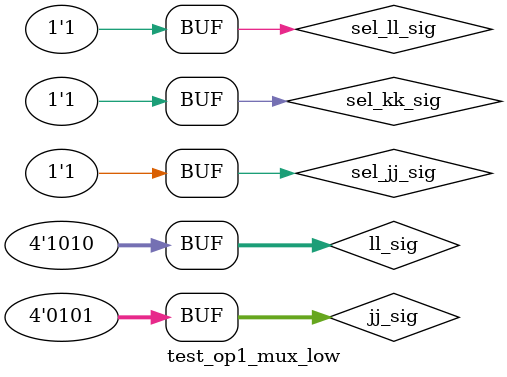
<source format=sv>
`timescale 100 ps/ 100 ps
module test_op1_mux_low;

// ----------------- INPUT -----------------
reg sel_kk_sig;
reg sel_ll_sig;
reg sel_jj_sig;
reg [3:0] ll_sig;
reg [3:0] jj_sig;

// ----------------- OUTPUT -----------------
wire [3:0] Q_sig;           // Output of a mux
wire ena_out_sig;           // Write enable to the latch

initial begin
    ll_sig = 0;
    jj_sig = 0;
    sel_kk_sig = 0;
    sel_ll_sig = 0;
    sel_jj_sig = 0;
    
    ll_sig = 4'hA;
    jj_sig = 4'h5;
    
    #1  sel_kk_sig = 0;
        sel_ll_sig = 0;
        sel_jj_sig = 0;

    #1  sel_kk_sig = 1;
        sel_ll_sig = 0;
        sel_jj_sig = 0;

    #1  sel_kk_sig = 0;
        sel_ll_sig = 1;
        sel_jj_sig = 0;

    #1  sel_kk_sig = 0;
        sel_ll_sig = 0;
        sel_jj_sig = 1;

    #1  sel_kk_sig = 1;
        sel_ll_sig = 1;
        sel_jj_sig = 1;

    #1 $display("End of test");
end

//--------------------------------------------------------------
// Instantiate a mux
//--------------------------------------------------------------
alu_op1_mux_low alu_op1_mux_low_inst
(
	.sel_kk(sel_kk_sig) ,	// input  sel_kk_sig
	.ll(ll_sig) ,	// input [3:0] ll_sig
	.sel_ll(sel_ll_sig) ,	// input  sel_ll_sig
	.jj(jj_sig) ,	// input [3:0] jj_sig
	.sel_jj(sel_jj_sig) ,	// input  sel_jj_sig
	.Q(Q_sig) ,	// output [3:0] Q_sig
	.ena_out(ena_out_sig) 	// output  ena_out_sig
);

endmodule

</source>
